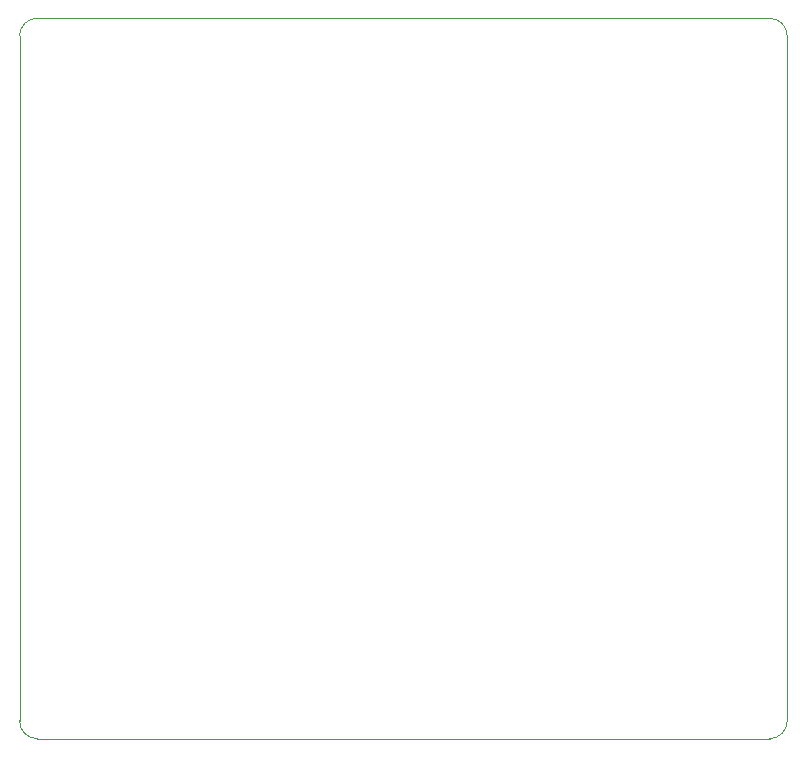
<source format=gbr>
%TF.GenerationSoftware,KiCad,Pcbnew,7.0.7*%
%TF.CreationDate,2024-05-31T12:22:19-07:00*%
%TF.ProjectId,Serberus,53657262-6572-4757-932e-6b696361645f,V2.2*%
%TF.SameCoordinates,Original*%
%TF.FileFunction,Profile,NP*%
%FSLAX46Y46*%
G04 Gerber Fmt 4.6, Leading zero omitted, Abs format (unit mm)*
G04 Created by KiCad (PCBNEW 7.0.7) date 2024-05-31 12:22:19*
%MOMM*%
%LPD*%
G01*
G04 APERTURE LIST*
%TA.AperFunction,Profile*%
%ADD10C,0.050000*%
%TD*%
G04 APERTURE END LIST*
D10*
X121000000Y-69500000D02*
G75*
G03*
X119500000Y-71000000I0J-1500000D01*
G01*
X119500000Y-129000000D02*
G75*
G03*
X121000000Y-130500000I1500000J0D01*
G01*
X183000000Y-130500000D02*
G75*
G03*
X184500000Y-129000000I0J1500000D01*
G01*
X119500000Y-71000000D02*
X119500000Y-129000000D01*
X184500000Y-71000000D02*
G75*
G03*
X183000000Y-69500000I-1500000J0D01*
G01*
X121000000Y-130500000D02*
X183000000Y-130500000D01*
X184500000Y-129000000D02*
X184500000Y-71000000D01*
X183000000Y-69500000D02*
X121000000Y-69500000D01*
M02*

</source>
